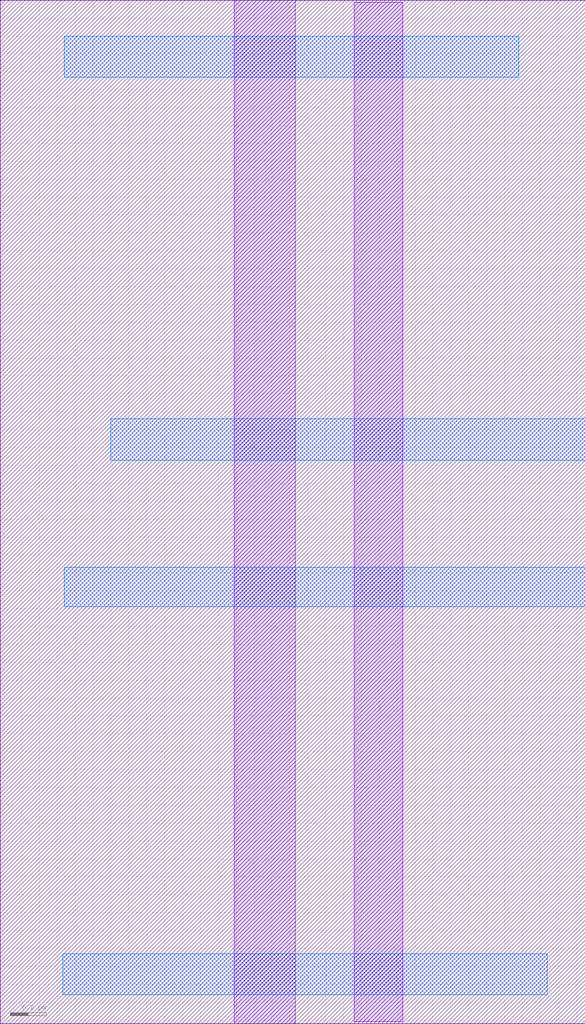
<source format=lef>
VERSION 5.7 ;
  NOWIREEXTENSIONATPIN ON ;
  DIVIDERCHAR "/" ;
  BUSBITCHARS "[]" ;
UNITS
  DATABASE MICRONS 200 ;
END UNITS

LAYER via2
  TYPE CUT ;
END via2

LAYER via
  TYPE CUT ;
END via

LAYER nwell
  TYPE MASTERSLICE ;
END nwell

LAYER via3
  TYPE CUT ;
END via3

LAYER pwell
  TYPE MASTERSLICE ;
END pwell

LAYER via4
  TYPE CUT ;
END via4

LAYER mcon
  TYPE CUT ;
END mcon

LAYER met6
  TYPE ROUTING ;
  WIDTH 0.030000 ;
  SPACING 0.040000 ;
  DIRECTION HORIZONTAL ;
END met6

LAYER met1
  TYPE ROUTING ;
  WIDTH 0.140000 ;
  SPACING 0.140000 ;
  DIRECTION HORIZONTAL ;
END met1

LAYER met3
  TYPE ROUTING ;
  WIDTH 0.300000 ;
  SPACING 0.300000 ;
  DIRECTION HORIZONTAL ;
END met3

LAYER met2
  TYPE ROUTING ;
  WIDTH 0.140000 ;
  SPACING 0.140000 ;
  DIRECTION HORIZONTAL ;
END met2

LAYER met4
  TYPE ROUTING ;
  WIDTH 0.300000 ;
  SPACING 0.300000 ;
  DIRECTION HORIZONTAL ;
END met4

LAYER met5
  TYPE ROUTING ;
  WIDTH 1.600000 ;
  SPACING 1.600000 ;
  DIRECTION HORIZONTAL ;
END met5

LAYER li1
  TYPE ROUTING ;
  WIDTH 0.170000 ;
  SPACING 0.170000 ;
  DIRECTION HORIZONTAL ;
END li1

MACRO sky130_hilas_dualtacore01
  CLASS BLOCK ;
  FOREIGN sky130_hilas_dualtacore01 ;
  ORIGIN 1.720 0.220 ;
  SIZE 3.270 BY 5.720 ;
  OBS
      LAYER met1 ;
        RECT -0.410 -0.220 -0.070 5.500 ;
        RECT 0.260 -0.210 0.530 5.490 ;
      LAYER met2 ;
        RECT -1.360 5.070 1.180 5.300 ;
        RECT -1.100 2.930 1.550 3.160 ;
        RECT -1.360 2.110 1.550 2.330 ;
        RECT -1.370 -0.060 1.340 0.170 ;
  END
END sky130_hilas_dualtacore01
END LIBRARY


</source>
